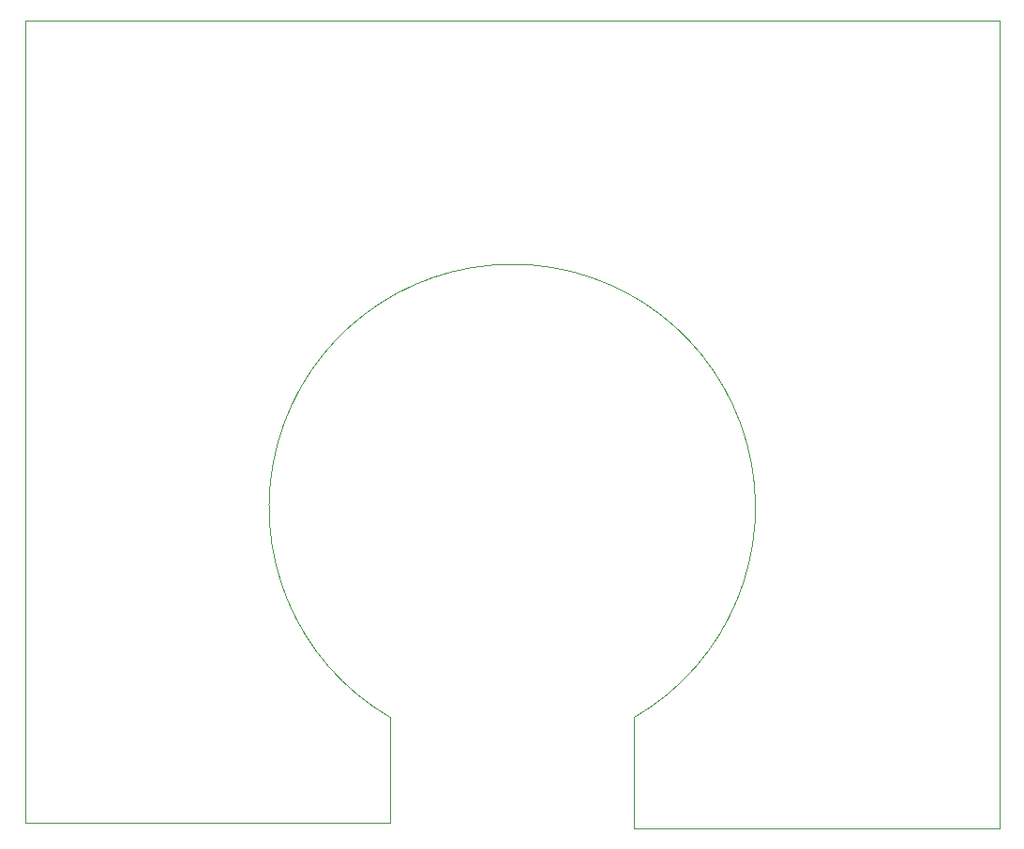
<source format=gbr>
%TF.GenerationSoftware,KiCad,Pcbnew,(6.0.4)*%
%TF.CreationDate,2022-09-23T14:26:36-04:00*%
%TF.ProjectId,CubeSat,43756265-5361-4742-9e6b-696361645f70,rev?*%
%TF.SameCoordinates,Original*%
%TF.FileFunction,Profile,NP*%
%FSLAX46Y46*%
G04 Gerber Fmt 4.6, Leading zero omitted, Abs format (unit mm)*
G04 Created by KiCad (PCBNEW (6.0.4)) date 2022-09-23 14:26:36*
%MOMM*%
%LPD*%
G01*
G04 APERTURE LIST*
%TA.AperFunction,Profile*%
%ADD10C,0.100000*%
%TD*%
G04 APERTURE END LIST*
D10*
X95000000Y-117500000D02*
X128000000Y-117500000D01*
X150000000Y-108000000D02*
G75*
G03*
X128000000Y-108000000I-11000000J19000000D01*
G01*
X150000000Y-108000000D02*
X150000000Y-118000000D01*
X128000000Y-117500000D02*
X128000000Y-108000000D01*
X95000000Y-45000000D02*
X95000000Y-117500000D01*
X150000000Y-118000000D02*
X183000000Y-118000000D01*
X183000000Y-45000000D02*
X95000000Y-45000000D01*
X183000000Y-118000000D02*
X183000000Y-45000000D01*
M02*

</source>
